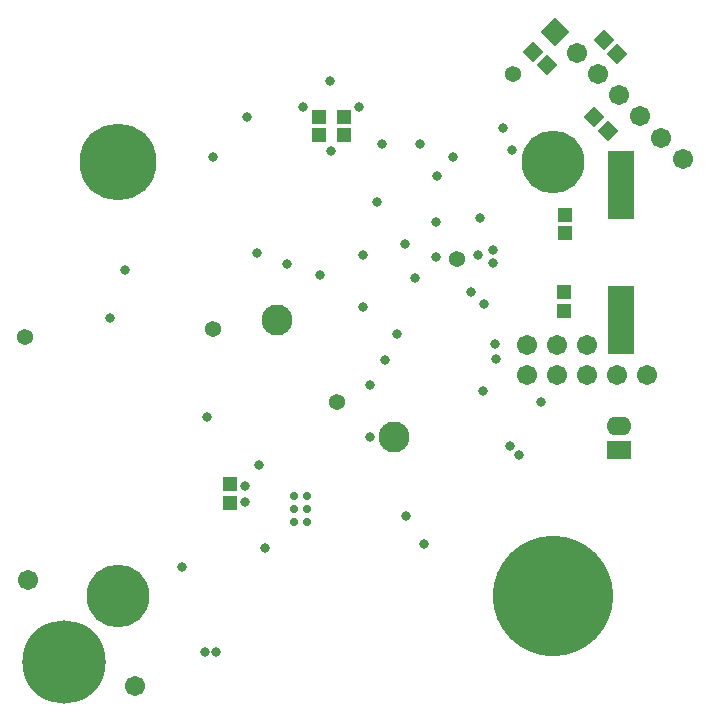
<source format=gbs>
G04*
G04 #@! TF.GenerationSoftware,Altium Limited,Altium Designer,21.6.4 (81)*
G04*
G04 Layer_Color=16711935*
%FSLAX25Y25*%
%MOIN*%
G70*
G04*
G04 #@! TF.SameCoordinates,AE92149D-F2BC-473A-8121-C18DD6311B00*
G04*
G04*
G04 #@! TF.FilePolarity,Negative*
G04*
G01*
G75*
%ADD43R,0.04540X0.04737*%
%ADD50R,0.04737X0.04934*%
%ADD61C,0.10308*%
%ADD62C,0.25603*%
%ADD63C,0.40170*%
%ADD64C,0.06706*%
%ADD65R,0.08300X0.06300*%
%ADD66O,0.08300X0.06300*%
%ADD67C,0.27769*%
%ADD68P,0.09483X4X360.0*%
%ADD69C,0.20879*%
%ADD70C,0.03202*%
%ADD71C,0.05367*%
%ADD72C,0.03200*%
%ADD73C,0.02769*%
G04:AMPARAMS|DCode=94|XSize=47.37mil|YSize=49.34mil|CornerRadius=0mil|HoleSize=0mil|Usage=FLASHONLY|Rotation=225.000|XOffset=0mil|YOffset=0mil|HoleType=Round|Shape=Rectangle|*
%AMROTATEDRECTD94*
4,1,4,-0.00070,0.03419,0.03419,-0.00070,0.00070,-0.03419,-0.03419,0.00070,-0.00070,0.03419,0.0*
%
%ADD94ROTATEDRECTD94*%

%ADD95R,0.09068X0.22847*%
D43*
X76378Y54724D02*
D03*
Y48425D02*
D03*
X-35149Y-35077D02*
D03*
Y-41376D02*
D03*
X75984Y28740D02*
D03*
Y22441D02*
D03*
D50*
X2756Y81102D02*
D03*
Y87402D02*
D03*
X-5512Y81102D02*
D03*
Y87402D02*
D03*
D61*
X-19487Y19487D02*
D03*
X19487Y-19487D02*
D03*
D62*
X-72381Y72381D02*
D03*
D63*
X72381Y-72381D02*
D03*
D64*
X83937Y1181D02*
D03*
X73937Y11181D02*
D03*
X63937D02*
D03*
X93937Y1181D02*
D03*
X63937D02*
D03*
X73937D02*
D03*
X83937Y11181D02*
D03*
X103937Y1181D02*
D03*
X-66929Y-102362D02*
D03*
X-102362Y-66929D02*
D03*
X94488Y94488D02*
D03*
X101559Y87417D02*
D03*
X87417Y101559D02*
D03*
X115701Y73275D02*
D03*
X108630Y80346D02*
D03*
X80346Y108630D02*
D03*
D65*
X94488Y-23622D02*
D03*
D66*
Y-15748D02*
D03*
D67*
X-90551Y-94488D02*
D03*
D68*
X73275Y115701D02*
D03*
D69*
X-72381Y-72381D02*
D03*
X72381Y72381D02*
D03*
D70*
X-29528Y87402D02*
D03*
X-70079Y36220D02*
D03*
X-43447Y-91085D02*
D03*
X-40018D02*
D03*
X28014Y78357D02*
D03*
X15333Y78368D02*
D03*
X55905Y83465D02*
D03*
X7874Y90551D02*
D03*
X-11024D02*
D03*
X-26055Y41851D02*
D03*
X-40945Y74016D02*
D03*
X23228Y44882D02*
D03*
X-5334Y34522D02*
D03*
X49213Y-3937D02*
D03*
X53543Y6693D02*
D03*
X49606Y24803D02*
D03*
X61024Y-25591D02*
D03*
X16535Y6299D02*
D03*
X20472Y14961D02*
D03*
X26378Y33465D02*
D03*
X33465Y40551D02*
D03*
Y52362D02*
D03*
X39143Y73867D02*
D03*
X47638Y41339D02*
D03*
X45276Y28740D02*
D03*
X58268Y-22441D02*
D03*
X68504Y-7874D02*
D03*
X-1575Y75984D02*
D03*
X58661Y76378D02*
D03*
X33858Y67716D02*
D03*
X53076Y11737D02*
D03*
X9038Y41179D02*
D03*
X9055Y24016D02*
D03*
X48031Y53543D02*
D03*
X11417Y-1969D02*
D03*
Y-19291D02*
D03*
X13780Y59055D02*
D03*
X-1974Y99366D02*
D03*
X-75197Y20079D02*
D03*
D71*
X-40945Y16535D02*
D03*
X40354Y39961D02*
D03*
X59055Y101575D02*
D03*
X394Y-7874D02*
D03*
X-103543Y13780D02*
D03*
D72*
X-51181Y-62598D02*
D03*
X29528Y-55118D02*
D03*
X23622Y-45669D02*
D03*
X-42913Y-12598D02*
D03*
X-16291Y38147D02*
D03*
X52321Y38472D02*
D03*
X52442Y42993D02*
D03*
X-30315Y-35827D02*
D03*
Y-40945D02*
D03*
X-23622Y-56299D02*
D03*
X-25591Y-28740D02*
D03*
D73*
X-13976Y-38976D02*
D03*
Y-43307D02*
D03*
X-9646D02*
D03*
Y-38976D02*
D03*
Y-47638D02*
D03*
X-13976D02*
D03*
D94*
X90752Y82653D02*
D03*
X86298Y87107D02*
D03*
X70337Y104466D02*
D03*
X65883Y108920D02*
D03*
X89505Y112857D02*
D03*
X93959Y108403D02*
D03*
D95*
X95276Y64567D02*
D03*
Y19685D02*
D03*
M02*

</source>
